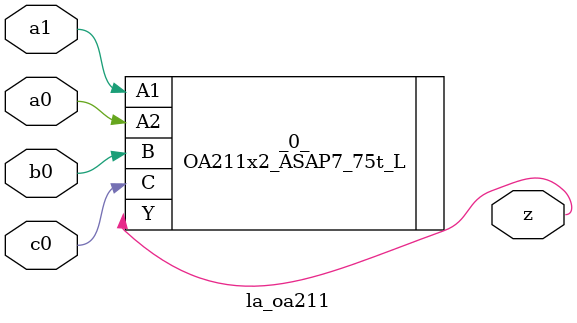
<source format=v>

/* Generated by Yosys 0.37 (git sha1 a5c7f69ed, clang 14.0.0-1ubuntu1.1 -fPIC -Os) */

module la_oa211(a0, a1, b0, c0, z);
  input a0;
  wire a0;
  input a1;
  wire a1;
  input b0;
  wire b0;
  input c0;
  wire c0;
  output z;
  wire z;
  OA211x2_ASAP7_75t_L _0_ (
    .A1(a1),
    .A2(a0),
    .B(b0),
    .C(c0),
    .Y(z)
  );
endmodule

</source>
